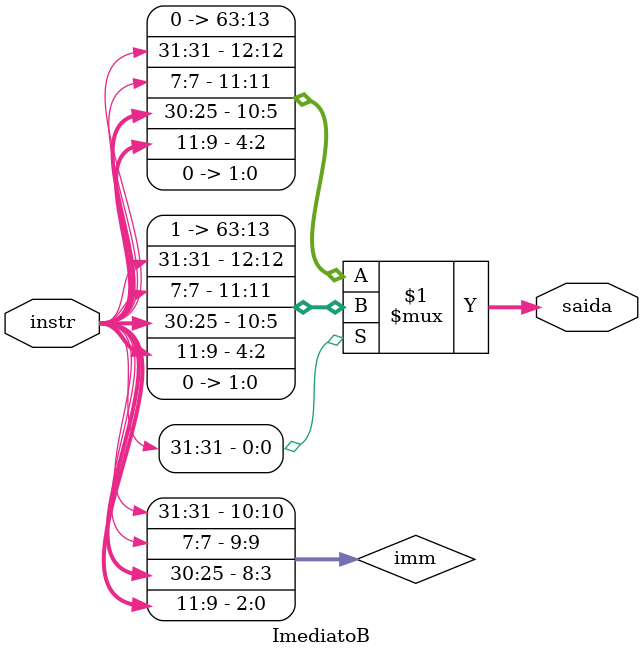
<source format=v>
module ImediatoB #(parameter BITSENTRADA = 32, BITSIMM = 11, BITSSAIDA = 64)
(instr, saida);

input [BITSENTRADA-1:0] instr;
wire [BITSIMM-1:0] imm;
output [BITSSAIDA-1:0] saida;

assign imm = {instr[31], instr[7], instr[30:25], instr[11:9]};
assign saida = imm[BITSIMM - 1] ? {~(51'b0), imm, 2'b0} :
                                        {51'b0, imm, 2'b0};


endmodule
</source>
